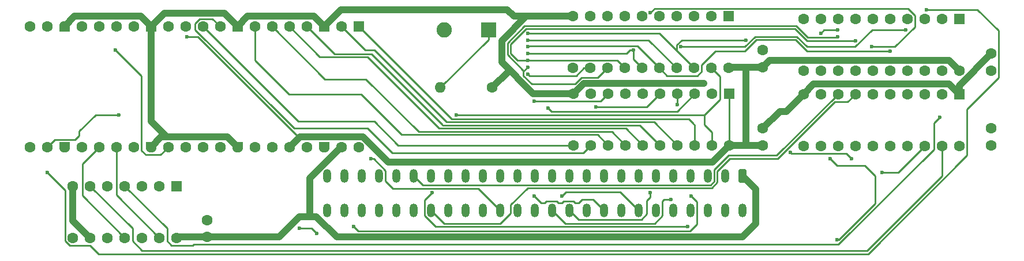
<source format=gbr>
%TF.GenerationSoftware,KiCad,Pcbnew,9.0.1*%
%TF.CreationDate,2025-08-04T14:53:58+03:00*%
%TF.ProjectId,SVI-3x8-PicoExpander,5356492d-3378-4382-9d50-69636f457870,1.1*%
%TF.SameCoordinates,Original*%
%TF.FileFunction,Copper,L2,Bot*%
%TF.FilePolarity,Positive*%
%FSLAX46Y46*%
G04 Gerber Fmt 4.6, Leading zero omitted, Abs format (unit mm)*
G04 Created by KiCad (PCBNEW 9.0.1) date 2025-08-04 14:53:58*
%MOMM*%
%LPD*%
G01*
G04 APERTURE LIST*
G04 Aperture macros list*
%AMRoundRect*
0 Rectangle with rounded corners*
0 $1 Rounding radius*
0 $2 $3 $4 $5 $6 $7 $8 $9 X,Y pos of 4 corners*
0 Add a 4 corners polygon primitive as box body*
4,1,4,$2,$3,$4,$5,$6,$7,$8,$9,$2,$3,0*
0 Add four circle primitives for the rounded corners*
1,1,$1+$1,$2,$3*
1,1,$1+$1,$4,$5*
1,1,$1+$1,$6,$7*
1,1,$1+$1,$8,$9*
0 Add four rect primitives between the rounded corners*
20,1,$1+$1,$2,$3,$4,$5,0*
20,1,$1+$1,$4,$5,$6,$7,0*
20,1,$1+$1,$6,$7,$8,$9,0*
20,1,$1+$1,$8,$9,$2,$3,0*%
%AMFreePoly0*
4,1,37,0.603843,0.796157,0.639018,0.796157,0.711114,0.766294,0.766294,0.711114,0.796157,0.639018,0.796157,0.603843,0.800000,0.600000,0.800000,-0.600000,0.796157,-0.603843,0.796157,-0.639018,0.766294,-0.711114,0.711114,-0.766294,0.639018,-0.796157,0.603843,-0.796157,0.600000,-0.800000,0.000000,-0.800000,0.000000,-0.796148,-0.078414,-0.796148,-0.232228,-0.765552,-0.377117,-0.705537,
-0.507515,-0.618408,-0.618408,-0.507515,-0.705537,-0.377117,-0.765552,-0.232228,-0.796148,-0.078414,-0.796148,0.078414,-0.765552,0.232228,-0.705537,0.377117,-0.618408,0.507515,-0.507515,0.618408,-0.377117,0.705537,-0.232228,0.765552,-0.078414,0.796148,0.000000,0.796148,0.000000,0.800000,0.600000,0.800000,0.603843,0.796157,0.603843,0.796157,$1*%
%AMFreePoly1*
4,1,37,0.000000,0.796148,0.078414,0.796148,0.232228,0.765552,0.377117,0.705537,0.507515,0.618408,0.618408,0.507515,0.705537,0.377117,0.765552,0.232228,0.796148,0.078414,0.796148,-0.078414,0.765552,-0.232228,0.705537,-0.377117,0.618408,-0.507515,0.507515,-0.618408,0.377117,-0.705537,0.232228,-0.765552,0.078414,-0.796148,0.000000,-0.796148,0.000000,-0.800000,-0.600000,-0.800000,
-0.603843,-0.796157,-0.639018,-0.796157,-0.711114,-0.766294,-0.766294,-0.711114,-0.796157,-0.639018,-0.796157,-0.603843,-0.800000,-0.600000,-0.800000,0.600000,-0.796157,0.603843,-0.796157,0.639018,-0.766294,0.711114,-0.711114,0.766294,-0.639018,0.796157,-0.603843,0.796157,-0.600000,0.800000,0.000000,0.800000,0.000000,0.796148,0.000000,0.796148,$1*%
G04 Aperture macros list end*
%TA.AperFunction,ComponentPad*%
%ADD10R,2.250000X2.250000*%
%TD*%
%TA.AperFunction,ComponentPad*%
%ADD11C,2.250000*%
%TD*%
%TA.AperFunction,ComponentPad*%
%ADD12C,1.600000*%
%TD*%
%TA.AperFunction,ComponentPad*%
%ADD13O,1.600000X1.600000*%
%TD*%
%TA.AperFunction,ComponentPad*%
%ADD14RoundRect,0.250000X-0.550000X0.550000X-0.550000X-0.550000X0.550000X-0.550000X0.550000X0.550000X0*%
%TD*%
%TA.AperFunction,ComponentPad*%
%ADD15RoundRect,0.200000X-0.600000X0.600000X-0.600000X-0.600000X0.600000X-0.600000X0.600000X0.600000X0*%
%TD*%
%TA.AperFunction,ComponentPad*%
%ADD16FreePoly0,270.000000*%
%TD*%
%TA.AperFunction,ComponentPad*%
%ADD17FreePoly1,270.000000*%
%TD*%
%TA.AperFunction,ComponentPad*%
%ADD18RoundRect,0.250000X0.350000X0.750000X-0.350000X0.750000X-0.350000X-0.750000X0.350000X-0.750000X0*%
%TD*%
%TA.AperFunction,ComponentPad*%
%ADD19O,1.200000X2.000000*%
%TD*%
%TA.AperFunction,ViaPad*%
%ADD20C,0.600000*%
%TD*%
%TA.AperFunction,ViaPad*%
%ADD21C,0.800000*%
%TD*%
%TA.AperFunction,Conductor*%
%ADD22C,0.250000*%
%TD*%
%TA.AperFunction,Conductor*%
%ADD23C,1.000000*%
%TD*%
G04 APERTURE END LIST*
D10*
%TO.P,SW1,1,1*%
%TO.N,Net-(A1-GPIO22)*%
X143750000Y-103500000D03*
D11*
%TO.P,SW1,2,2*%
%TO.N,+3V3*%
X137250000Y-103500000D03*
%TD*%
D12*
%TO.P,R1,1*%
%TO.N,GND*%
X144310000Y-112000000D03*
D13*
%TO.P,R1,2*%
%TO.N,Net-(A1-GPIO22)*%
X136690000Y-112000000D03*
%TD*%
D14*
%TO.P,U2,1,DIR*%
%TO.N,+3V3*%
X179120000Y-112880000D03*
D12*
%TO.P,U2,2,A1*%
%TO.N,A0*%
X176580000Y-112880000D03*
%TO.P,U2,3,A2*%
%TO.N,A1*%
X174040000Y-112880000D03*
%TO.P,U2,4,A3*%
%TO.N,A2*%
X171500000Y-112880000D03*
%TO.P,U2,5,A4*%
%TO.N,A3*%
X168960000Y-112880000D03*
%TO.P,U2,6,A5*%
%TO.N,A4*%
X166420000Y-112880000D03*
%TO.P,U2,7,A6*%
%TO.N,A5*%
X163880000Y-112880000D03*
%TO.P,U2,8,A7*%
%TO.N,A6*%
X161340000Y-112880000D03*
%TO.P,U2,9,A8*%
%TO.N,A7*%
X158800000Y-112880000D03*
%TO.P,U2,10,GND*%
%TO.N,GND*%
X156260000Y-112880000D03*
%TO.P,U2,11,B8*%
%TO.N,P_A7*%
X156260000Y-120500000D03*
%TO.P,U2,12,B7*%
%TO.N,P_A6*%
X158800000Y-120500000D03*
%TO.P,U2,13,B6*%
%TO.N,P_A5*%
X161340000Y-120500000D03*
%TO.P,U2,14,B5*%
%TO.N,P_A4*%
X163880000Y-120500000D03*
%TO.P,U2,15,B4*%
%TO.N,P_A3*%
X166420000Y-120500000D03*
%TO.P,U2,16,B3*%
%TO.N,P_A2*%
X168960000Y-120500000D03*
%TO.P,U2,17,B2*%
%TO.N,P_A1*%
X171500000Y-120500000D03*
%TO.P,U2,18,B1*%
%TO.N,P_A0*%
X174040000Y-120500000D03*
%TO.P,U2,19,~{OE}*%
%TO.N,{slash}P_AE*%
X176580000Y-120500000D03*
%TO.P,U2,20,VCC*%
%TO.N,+3V3*%
X179120000Y-120500000D03*
%TD*%
%TO.P,C4,1*%
%TO.N,+5V*%
X102420000Y-134000000D03*
%TO.P,C4,2*%
%TO.N,GND*%
X102420000Y-131500000D03*
%TD*%
D14*
%TO.P,U4,1,DIR*%
%TO.N,+3V3*%
X179000000Y-101500000D03*
D12*
%TO.P,U4,2,A1*%
%TO.N,A8*%
X176460000Y-101500000D03*
%TO.P,U4,3,A2*%
%TO.N,A9*%
X173920000Y-101500000D03*
%TO.P,U4,4,A3*%
%TO.N,A10*%
X171380000Y-101500000D03*
%TO.P,U4,5,A4*%
%TO.N,A11*%
X168840000Y-101500000D03*
%TO.P,U4,6,A5*%
%TO.N,A12*%
X166300000Y-101500000D03*
%TO.P,U4,7,A6*%
%TO.N,A13*%
X163760000Y-101500000D03*
%TO.P,U4,8,A7*%
%TO.N,A14*%
X161220000Y-101500000D03*
%TO.P,U4,9,A8*%
%TO.N,A15*%
X158680000Y-101500000D03*
%TO.P,U4,10,GND*%
%TO.N,GND*%
X156140000Y-101500000D03*
%TO.P,U4,11,B8*%
%TO.N,P_A15_D7*%
X156140000Y-109120000D03*
%TO.P,U4,12,B7*%
%TO.N,P_A14_D6*%
X158680000Y-109120000D03*
%TO.P,U4,13,B6*%
%TO.N,P_A13_D5*%
X161220000Y-109120000D03*
%TO.P,U4,14,B5*%
%TO.N,P_A12_D4*%
X163760000Y-109120000D03*
%TO.P,U4,15,B4*%
%TO.N,P_A11_D3*%
X166300000Y-109120000D03*
%TO.P,U4,16,B3*%
%TO.N,P_A10_D2*%
X168840000Y-109120000D03*
%TO.P,U4,17,B2*%
%TO.N,P_A9_D1*%
X171380000Y-109120000D03*
%TO.P,U4,18,B1*%
%TO.N,P_A8_D0*%
X173920000Y-109120000D03*
%TO.P,U4,19,~{OE}*%
%TO.N,{slash}P_AE*%
X176460000Y-109120000D03*
%TO.P,U4,20,VCC*%
%TO.N,+3V3*%
X179000000Y-109120000D03*
%TD*%
D14*
%TO.P,U3,1*%
%TO.N,Net-(A1-GPIO26_ADC0)*%
X98000000Y-126500000D03*
D12*
%TO.P,U3,2*%
%TO.N,{slash}P_AE*%
X95460000Y-126500000D03*
%TO.P,U3,3*%
%TO.N,Net-(A1-GPIO27_ADC1)*%
X92920000Y-126500000D03*
%TO.P,U3,4*%
%TO.N,{slash}P_RD_DE*%
X90380000Y-126500000D03*
%TO.P,U3,5*%
%TO.N,Net-(A1-GPIO28_ADC2)*%
X87840000Y-126500000D03*
%TO.P,U3,6*%
%TO.N,{slash}P_WR_DE*%
X85300000Y-126500000D03*
%TO.P,U3,7,GND*%
%TO.N,GND*%
X82760000Y-126500000D03*
%TO.P,U3,8*%
%TO.N,unconnected-(U3-Pad8)*%
X82760000Y-134120000D03*
%TO.P,U3,9*%
%TO.N,GND*%
X85300000Y-134120000D03*
%TO.P,U3,10*%
%TO.N,{slash}RST*%
X87840000Y-134120000D03*
%TO.P,U3,11*%
%TO.N,Net-(A1-GPIO19)*%
X90380000Y-134120000D03*
%TO.P,U3,12*%
%TO.N,{slash}ROMDIS*%
X92920000Y-134120000D03*
%TO.P,U3,13*%
%TO.N,Net-(A1-GPIO20)*%
X95460000Y-134120000D03*
%TO.P,U3,14,VCC*%
%TO.N,+5V*%
X98000000Y-134120000D03*
%TD*%
%TO.P,C2,1*%
%TO.N,+3V3*%
X184000000Y-120500000D03*
%TO.P,C2,2*%
%TO.N,GND*%
X184000000Y-118000000D03*
%TD*%
D14*
%TO.P,U1,1,DIR*%
%TO.N,+3V3*%
X212820000Y-101880000D03*
D12*
%TO.P,U1,2,A1*%
%TO.N,D0*%
X210280000Y-101880000D03*
%TO.P,U1,3,A2*%
%TO.N,D1*%
X207740000Y-101880000D03*
%TO.P,U1,4,A3*%
%TO.N,D2*%
X205200000Y-101880000D03*
%TO.P,U1,5,A4*%
%TO.N,D3*%
X202660000Y-101880000D03*
%TO.P,U1,6,A5*%
%TO.N,D4*%
X200120000Y-101880000D03*
%TO.P,U1,7,A6*%
%TO.N,D5*%
X197580000Y-101880000D03*
%TO.P,U1,8,A7*%
%TO.N,D6*%
X195040000Y-101880000D03*
%TO.P,U1,9,A8*%
%TO.N,D7*%
X192500000Y-101880000D03*
%TO.P,U1,10,GND*%
%TO.N,GND*%
X189960000Y-101880000D03*
%TO.P,U1,11,B8*%
%TO.N,P_A15_D7*%
X189960000Y-109500000D03*
%TO.P,U1,12,B7*%
%TO.N,P_A14_D6*%
X192500000Y-109500000D03*
%TO.P,U1,13,B6*%
%TO.N,P_A13_D5*%
X195040000Y-109500000D03*
%TO.P,U1,14,B5*%
%TO.N,P_A12_D4*%
X197580000Y-109500000D03*
%TO.P,U1,15,B4*%
%TO.N,P_A11_D3*%
X200120000Y-109500000D03*
%TO.P,U1,16,B3*%
%TO.N,P_A10_D2*%
X202660000Y-109500000D03*
%TO.P,U1,17,B2*%
%TO.N,P_A9_D1*%
X205200000Y-109500000D03*
%TO.P,U1,18,B1*%
%TO.N,P_A8_D0*%
X207740000Y-109500000D03*
%TO.P,U1,19,~{OE}*%
%TO.N,{slash}P_RD_DE*%
X210280000Y-109500000D03*
%TO.P,U1,20,VCC*%
%TO.N,+3V3*%
X212820000Y-109500000D03*
%TD*%
%TO.P,C3,1*%
%TO.N,+3V3*%
X184000000Y-109000000D03*
%TO.P,C3,2*%
%TO.N,GND*%
X184000000Y-106500000D03*
%TD*%
%TO.P,C5,1*%
%TO.N,+5V*%
X217500000Y-120500000D03*
%TO.P,C5,2*%
%TO.N,GND*%
X217500000Y-118000000D03*
%TD*%
D14*
%TO.P,U5,1,DIR*%
%TO.N,GND*%
X212820000Y-113000000D03*
D12*
%TO.P,U5,2,A1*%
%TO.N,D0*%
X210280000Y-113000000D03*
%TO.P,U5,3,A2*%
%TO.N,D1*%
X207740000Y-113000000D03*
%TO.P,U5,4,A3*%
%TO.N,D2*%
X205200000Y-113000000D03*
%TO.P,U5,5,A4*%
%TO.N,D3*%
X202660000Y-113000000D03*
%TO.P,U5,6,A5*%
%TO.N,D4*%
X200120000Y-113000000D03*
%TO.P,U5,7,A6*%
%TO.N,D5*%
X197580000Y-113000000D03*
%TO.P,U5,8,A7*%
%TO.N,D6*%
X195040000Y-113000000D03*
%TO.P,U5,9,A8*%
%TO.N,D7*%
X192500000Y-113000000D03*
%TO.P,U5,10,GND*%
%TO.N,GND*%
X189960000Y-113000000D03*
%TO.P,U5,11,B8*%
%TO.N,P_A15_D7*%
X189960000Y-120620000D03*
%TO.P,U5,12,B7*%
%TO.N,P_A14_D6*%
X192500000Y-120620000D03*
%TO.P,U5,13,B6*%
%TO.N,P_A13_D5*%
X195040000Y-120620000D03*
%TO.P,U5,14,B5*%
%TO.N,P_A12_D4*%
X197580000Y-120620000D03*
%TO.P,U5,15,B4*%
%TO.N,P_A11_D3*%
X200120000Y-120620000D03*
%TO.P,U5,16,B3*%
%TO.N,P_A10_D2*%
X202660000Y-120620000D03*
%TO.P,U5,17,B2*%
%TO.N,P_A9_D1*%
X205200000Y-120620000D03*
%TO.P,U5,18,B1*%
%TO.N,P_A8_D0*%
X207740000Y-120620000D03*
%TO.P,U5,19,~{OE}*%
%TO.N,{slash}P_WR_DE*%
X210280000Y-120620000D03*
%TO.P,U5,20,VCC*%
%TO.N,+5V*%
X212820000Y-120620000D03*
%TD*%
D15*
%TO.P,A1,1,GPIO0*%
%TO.N,P_A0*%
X124700000Y-103000000D03*
D12*
%TO.P,A1,2,GPIO1*%
%TO.N,P_A1*%
X122160000Y-103000000D03*
D16*
%TO.P,A1,3,GND*%
%TO.N,GND*%
X119620000Y-103000000D03*
D12*
%TO.P,A1,4,GPIO2*%
%TO.N,P_A2*%
X117080000Y-103000000D03*
%TO.P,A1,5,GPIO3*%
%TO.N,P_A3*%
X114540000Y-103000000D03*
%TO.P,A1,6,GPIO4*%
%TO.N,P_A4*%
X112000000Y-103000000D03*
%TO.P,A1,7,GPIO5*%
%TO.N,P_A5*%
X109460000Y-103000000D03*
D16*
%TO.P,A1,8,GND*%
%TO.N,GND*%
X106920000Y-103000000D03*
D12*
%TO.P,A1,9,GPIO6*%
%TO.N,P_A6*%
X104380000Y-103000000D03*
%TO.P,A1,10,GPIO7*%
%TO.N,P_A7*%
X101840000Y-103000000D03*
%TO.P,A1,11,GPIO8*%
%TO.N,P_A8_D0*%
X99300000Y-103000000D03*
%TO.P,A1,12,GPIO9*%
%TO.N,P_A9_D1*%
X96760000Y-103000000D03*
D16*
%TO.P,A1,13,GND*%
%TO.N,GND*%
X94220000Y-103000000D03*
D12*
%TO.P,A1,14,GPIO10*%
%TO.N,P_A10_D2*%
X91680000Y-103000000D03*
%TO.P,A1,15,GPIO11*%
%TO.N,P_A11_D3*%
X89140000Y-103000000D03*
%TO.P,A1,16,GPIO12*%
%TO.N,P_A12_D4*%
X86600000Y-103000000D03*
%TO.P,A1,17,GPIO13*%
%TO.N,P_A13_D5*%
X84060000Y-103000000D03*
D16*
%TO.P,A1,18,GND*%
%TO.N,GND*%
X81520000Y-103000000D03*
D12*
%TO.P,A1,19,GPIO14*%
%TO.N,P_A14_D6*%
X78980000Y-103000000D03*
%TO.P,A1,20,GPIO15*%
%TO.N,P_A15_D7*%
X76440000Y-103000000D03*
%TO.P,A1,21,GPIO16*%
%TO.N,{slash}RD*%
X76440000Y-120780000D03*
%TO.P,A1,22,GPIO17*%
%TO.N,{slash}WR*%
X78980000Y-120780000D03*
D17*
%TO.P,A1,23,GND*%
%TO.N,GND*%
X81520000Y-120780000D03*
D12*
%TO.P,A1,24,GPIO18*%
%TO.N,{slash}IORQ*%
X84060000Y-120780000D03*
%TO.P,A1,25,GPIO19*%
%TO.N,Net-(A1-GPIO19)*%
X86600000Y-120780000D03*
%TO.P,A1,26,GPIO20*%
%TO.N,Net-(A1-GPIO20)*%
X89140000Y-120780000D03*
%TO.P,A1,27,GPIO21*%
%TO.N,{slash}MREQ*%
X91680000Y-120780000D03*
D17*
%TO.P,A1,28,GND*%
%TO.N,GND*%
X94220000Y-120780000D03*
D12*
%TO.P,A1,29,GPIO22*%
%TO.N,Net-(A1-GPIO22)*%
X96760000Y-120780000D03*
%TO.P,A1,30,RUN*%
%TO.N,unconnected-(A1-RUN-Pad30)*%
X99300000Y-120780000D03*
%TO.P,A1,31,GPIO26_ADC0*%
%TO.N,Net-(A1-GPIO26_ADC0)*%
X101840000Y-120780000D03*
%TO.P,A1,32,GPIO27_ADC1*%
%TO.N,Net-(A1-GPIO27_ADC1)*%
X104380000Y-120780000D03*
D17*
%TO.P,A1,33,AGND*%
%TO.N,GND*%
X106920000Y-120780000D03*
D12*
%TO.P,A1,34,GPIO28_ADC2*%
%TO.N,Net-(A1-GPIO28_ADC2)*%
X109460000Y-120780000D03*
%TO.P,A1,35,ADC_VREF*%
%TO.N,unconnected-(A1-ADC_VREF-Pad35)*%
X112000000Y-120780000D03*
%TO.P,A1,36,3V3*%
%TO.N,+3V3*%
X114540000Y-120780000D03*
%TO.P,A1,37,3V3_EN*%
%TO.N,unconnected-(A1-3V3_EN-Pad37)_1*%
X117080000Y-120780000D03*
D17*
%TO.P,A1,38,GND*%
%TO.N,GND*%
X119620000Y-120780000D03*
D12*
%TO.P,A1,39,VSYS*%
%TO.N,+5V*%
X122160000Y-120780000D03*
%TO.P,A1,40,VBUS*%
%TO.N,unconnected-(A1-VBUS-Pad40)*%
X124700000Y-120780000D03*
%TD*%
%TO.P,C1,1*%
%TO.N,+3V3*%
X217500000Y-109500000D03*
%TO.P,C1,2*%
%TO.N,GND*%
X217500000Y-107000000D03*
%TD*%
D18*
%TO.P,J1,1,Pin_1*%
%TO.N,+5V*%
X181040000Y-125000000D03*
D19*
%TO.P,J1,2,Pin_2*%
%TO.N,{slash}CNTRL2*%
X181040000Y-130080000D03*
%TO.P,J1,3,Pin_3*%
%TO.N,unconnected-(J1-Pin_3-Pad3)*%
X178500000Y-125000000D03*
%TO.P,J1,4,Pin_4*%
%TO.N,unconnected-(J1-Pin_4-Pad4)*%
X178500000Y-130080000D03*
%TO.P,J1,5,Pin_5*%
%TO.N,{slash}CNTRL1*%
X175960000Y-125000000D03*
%TO.P,J1,6,Pin_6*%
%TO.N,{slash}WAIT*%
X175960000Y-130080000D03*
%TO.P,J1,7,Pin_7*%
%TO.N,{slash}RST*%
X173420000Y-125000000D03*
%TO.P,J1,8,Pin_8*%
%TO.N,unconnected-(J1-Pin_8-Pad8)*%
X173420000Y-130080000D03*
%TO.P,J1,9,Pin_9*%
%TO.N,A15*%
X170880000Y-125000000D03*
%TO.P,J1,10,Pin_10*%
%TO.N,A14*%
X170880000Y-130080000D03*
%TO.P,J1,11,Pin_11*%
%TO.N,A13*%
X168340000Y-125000000D03*
%TO.P,J1,12,Pin_12*%
%TO.N,A12*%
X168340000Y-130080000D03*
%TO.P,J1,13,Pin_13*%
%TO.N,A11*%
X165800000Y-125000000D03*
%TO.P,J1,14,Pin_14*%
%TO.N,A10*%
X165800000Y-130080000D03*
%TO.P,J1,15,Pin_15*%
%TO.N,A9*%
X163260000Y-125000000D03*
%TO.P,J1,16,Pin_16*%
%TO.N,A8*%
X163260000Y-130080000D03*
%TO.P,J1,17,Pin_17*%
%TO.N,A7*%
X160720000Y-125000000D03*
%TO.P,J1,18,Pin_18*%
%TO.N,A6*%
X160720000Y-130080000D03*
%TO.P,J1,19,Pin_19*%
%TO.N,A5*%
X158180000Y-125000000D03*
%TO.P,J1,20,Pin_20*%
%TO.N,A4*%
X158180000Y-130080000D03*
%TO.P,J1,21,Pin_21*%
%TO.N,A3*%
X155640000Y-125000000D03*
%TO.P,J1,22,Pin_22*%
%TO.N,A2*%
X155640000Y-130080000D03*
%TO.P,J1,23,Pin_23*%
%TO.N,A1*%
X153100000Y-125000000D03*
%TO.P,J1,24,Pin_24*%
%TO.N,A0*%
X153100000Y-130080000D03*
%TO.P,J1,25,Pin_25*%
%TO.N,{slash}RFSH*%
X150560000Y-125000000D03*
%TO.P,J1,26,Pin_26*%
%TO.N,{slash}EXCSR*%
X150560000Y-130080000D03*
%TO.P,J1,27,Pin_27*%
%TO.N,{slash}M1*%
X148020000Y-125000000D03*
%TO.P,J1,28,Pin_28*%
%TO.N,{slash}EXCSW*%
X148020000Y-130080000D03*
%TO.P,J1,29,Pin_29*%
%TO.N,{slash}WR*%
X145480000Y-125000000D03*
%TO.P,J1,30,Pin_30*%
%TO.N,{slash}MREQ*%
X145480000Y-130080000D03*
%TO.P,J1,31,Pin_31*%
%TO.N,{slash}IORQ*%
X142940000Y-125000000D03*
%TO.P,J1,32,Pin_32*%
%TO.N,{slash}RD*%
X142940000Y-130080000D03*
%TO.P,J1,33,Pin_33*%
%TO.N,D0*%
X140400000Y-125000000D03*
%TO.P,J1,34,Pin_34*%
%TO.N,D1*%
X140400000Y-130080000D03*
%TO.P,J1,35,Pin_35*%
%TO.N,D2*%
X137860000Y-125000000D03*
%TO.P,J1,36,Pin_36*%
%TO.N,D3*%
X137860000Y-130080000D03*
%TO.P,J1,37,Pin_37*%
%TO.N,D4*%
X135320000Y-125000000D03*
%TO.P,J1,38,Pin_38*%
%TO.N,D5*%
X135320000Y-130080000D03*
%TO.P,J1,39,Pin_39*%
%TO.N,D6*%
X132780000Y-125000000D03*
%TO.P,J1,40,Pin_40*%
%TO.N,D7*%
X132780000Y-130080000D03*
%TO.P,J1,41,Pin_41*%
%TO.N,unconnected-(J1-Pin_41-Pad41)*%
X130240000Y-125000000D03*
%TO.P,J1,42,Pin_42*%
%TO.N,{slash}INT*%
X130240000Y-130080000D03*
%TO.P,J1,43,Pin_43*%
%TO.N,GND*%
X127700000Y-125000000D03*
%TO.P,J1,44,Pin_44*%
%TO.N,{slash}ROMDIS*%
X127700000Y-130080000D03*
%TO.P,J1,45,Pin_45*%
%TO.N,{slash}BK32*%
X125160000Y-125000000D03*
%TO.P,J1,46,Pin_46*%
%TO.N,{slash}BK31*%
X125160000Y-130080000D03*
%TO.P,J1,47,Pin_47*%
%TO.N,{slash}BK22*%
X122620000Y-125000000D03*
%TO.P,J1,48,Pin_48*%
%TO.N,{slash}BK21*%
X122620000Y-130080000D03*
%TO.P,J1,49,Pin_49*%
%TO.N,GND*%
X120080000Y-125000000D03*
%TO.P,J1,50,Pin_50*%
X120080000Y-130080000D03*
%TD*%
D20*
%TO.N,Net-(A1-GPIO22)*%
X89000000Y-106500000D03*
%TO.N,+3V3*%
X99500000Y-104500000D03*
%TO.N,{slash}RST*%
X124000000Y-132500000D03*
X173500000Y-128000000D03*
D21*
%TO.N,GND*%
X175371917Y-111379000D03*
D20*
%TO.N,P_A12_D4*%
X149500000Y-108000000D03*
X197580000Y-105080000D03*
%TO.N,{slash}RD*%
X115999393Y-132746393D03*
X118526000Y-133474000D03*
%TO.N,P_A10_D2*%
X149500000Y-106000000D03*
X202660000Y-106660000D03*
%TO.N,P_A11_D3*%
X167500000Y-101000000D03*
X165000000Y-106500000D03*
X149500000Y-107000000D03*
X200000000Y-106000000D03*
%TO.N,P_A8_D0*%
X197000000Y-122500000D03*
X149500000Y-104000000D03*
X201500000Y-124500000D03*
X181500000Y-105000000D03*
X188030847Y-121530847D03*
%TO.N,P_A13_D5*%
X195000000Y-104500000D03*
X149500000Y-109000000D03*
%TO.N,P_A9_D1*%
X172000000Y-106000000D03*
X205000000Y-103500000D03*
X149500000Y-105000000D03*
%TO.N,P_A14_D6*%
X192500000Y-104000000D03*
X79000000Y-124500000D03*
X195000000Y-103500000D03*
X208000000Y-100500000D03*
X149500000Y-110000000D03*
%TO.N,{slash}WR*%
X89500000Y-116000000D03*
%TO.N,A0*%
X170500000Y-128500000D03*
%TO.N,A2*%
X167500000Y-127500000D03*
X171500000Y-114500000D03*
%TO.N,D7*%
X193891095Y-122500000D03*
X194927761Y-134428761D03*
%TO.N,{slash}MREQ*%
X126500000Y-122500000D03*
%TO.N,A10*%
X154500000Y-128000000D03*
%TO.N,D4*%
X135500000Y-127500000D03*
X173000000Y-132500000D03*
%TO.N,A3*%
X159500000Y-114875000D03*
%TO.N,A6*%
X150500000Y-128000000D03*
X150500000Y-114000000D03*
%TO.N,A1*%
X152500000Y-115000000D03*
%TO.N,{slash}P_RD_DE*%
X210000000Y-116374000D03*
%TO.N,{slash}P_AE*%
X139000000Y-116000000D03*
%TD*%
D22*
%TO.N,Net-(A1-GPIO22)*%
X143750000Y-103500000D02*
X143750000Y-104940000D01*
X143750000Y-104940000D02*
X136690000Y-112000000D01*
X96760000Y-120780000D02*
X95629000Y-121911000D01*
X95629000Y-121911000D02*
X93470595Y-121911000D01*
X93470595Y-121911000D02*
X92806000Y-121246405D01*
X92806000Y-121246405D02*
X92806000Y-110306000D01*
X92806000Y-110306000D02*
X89000000Y-106500000D01*
D23*
%TO.N,+3V3*%
X116000000Y-119320000D02*
X114540000Y-120780000D01*
D22*
X99500000Y-104500000D02*
X101109786Y-104500000D01*
X115929786Y-119320000D02*
X116000000Y-119320000D01*
X101109786Y-104500000D02*
X115929786Y-119320000D01*
D23*
%TO.N,GND*%
X149223281Y-111776719D02*
X146723281Y-109276719D01*
X146723281Y-109586719D02*
X146723281Y-109276719D01*
X144310000Y-112000000D02*
X146723281Y-109586719D01*
D22*
%TO.N,{slash}RST*%
X173500000Y-128000000D02*
X174346000Y-128846000D01*
X174346000Y-132154000D02*
X173326000Y-133174000D01*
X174346000Y-128846000D02*
X174346000Y-132154000D01*
X173326000Y-133174000D02*
X124674000Y-133174000D01*
X124674000Y-133174000D02*
X124000000Y-132500000D01*
%TO.N,P_A14_D6*%
X79000000Y-124500000D02*
X81634000Y-127134000D01*
X81634000Y-127134000D02*
X81634000Y-134586405D01*
X81634000Y-134586405D02*
X82293595Y-135246000D01*
X82293595Y-135246000D02*
X84833595Y-135246000D01*
D23*
%TO.N,GND*%
X85300000Y-134120000D02*
X82760000Y-131580000D01*
X82760000Y-131580000D02*
X82760000Y-126500000D01*
X119620000Y-103000000D02*
X122119000Y-100501000D01*
X122119000Y-100501000D02*
X146501000Y-100501000D01*
X146501000Y-100501000D02*
X147500000Y-101500000D01*
X147500000Y-101500000D02*
X151500000Y-101500000D01*
X150326562Y-112880000D02*
X149223281Y-111776719D01*
X146723281Y-109276719D02*
X145723000Y-108276438D01*
X156260000Y-112880000D02*
X150326562Y-112880000D01*
X145723000Y-108276438D02*
X145723000Y-105085752D01*
X145723000Y-105085752D02*
X149308752Y-101500000D01*
X149308752Y-101500000D02*
X151500000Y-101500000D01*
D22*
%TO.N,P_A13_D5*%
X190626000Y-104626000D02*
X189250000Y-103250000D01*
X146549000Y-107186810D02*
X146549000Y-105427892D01*
X146549000Y-105427892D02*
X149053892Y-102923000D01*
X148874000Y-109626000D02*
X148874000Y-109511810D01*
X148874000Y-109511810D02*
X146549000Y-107186810D01*
X149053892Y-102923000D02*
X188923000Y-102923000D01*
X188923000Y-102923000D02*
X189250000Y-103250000D01*
D23*
%TO.N,GND*%
X83021000Y-101499000D02*
X81520000Y-103000000D01*
X151500000Y-101500000D02*
X156140000Y-101500000D01*
X174628000Y-111379000D02*
X175371917Y-111379000D01*
X94220000Y-103000000D02*
X94220000Y-116999000D01*
X211319000Y-111499000D02*
X212820000Y-113000000D01*
X187460000Y-115500000D02*
X189960000Y-113000000D01*
X106920000Y-103000000D02*
X104968000Y-101048000D01*
X106920000Y-120780000D02*
X105419000Y-119279000D01*
X105419000Y-119279000D02*
X96500000Y-119279000D01*
X108420000Y-101500000D02*
X106920000Y-103000000D01*
X157761000Y-111379000D02*
X168500000Y-111379000D01*
X175371917Y-111379000D02*
X175373329Y-111380412D01*
X104968000Y-101048000D02*
X96172000Y-101048000D01*
X92719000Y-101499000D02*
X83021000Y-101499000D01*
X95721000Y-119279000D02*
X94220000Y-120780000D01*
X189960000Y-113000000D02*
X191461000Y-111499000D01*
X96172000Y-101048000D02*
X94220000Y-103000000D01*
X119620000Y-103000000D02*
X118120000Y-101500000D01*
X186500000Y-115500000D02*
X184000000Y-118000000D01*
X96500000Y-119279000D02*
X95721000Y-119279000D01*
X212820000Y-111680000D02*
X217500000Y-107000000D01*
X94220000Y-116999000D02*
X96500000Y-119279000D01*
X187460000Y-115500000D02*
X186500000Y-115500000D01*
X212820000Y-113000000D02*
X212820000Y-111680000D01*
X94220000Y-103000000D02*
X92719000Y-101499000D01*
X118120000Y-101500000D02*
X108420000Y-101500000D01*
X168500000Y-111379000D02*
X174628000Y-111379000D01*
X156260000Y-112880000D02*
X157761000Y-111379000D01*
X191461000Y-111499000D02*
X211319000Y-111499000D01*
D22*
%TO.N,P_A3*%
X136521000Y-117979000D02*
X136500000Y-118000000D01*
X166420000Y-120500000D02*
X163899000Y-117979000D01*
X163899000Y-117979000D02*
X136521000Y-117979000D01*
X136500000Y-118000000D02*
X126000000Y-107500000D01*
X119000000Y-107460000D02*
X114540000Y-103000000D01*
X126000000Y-107500000D02*
X119000000Y-107500000D01*
X119000000Y-107500000D02*
X119000000Y-107460000D01*
%TO.N,P_A12_D4*%
X149240702Y-103374000D02*
X147000000Y-105614702D01*
X149506000Y-107994000D02*
X162634000Y-107994000D01*
X148000000Y-108000000D02*
X149500000Y-108000000D01*
X147000000Y-105614702D02*
X147000000Y-107000000D01*
X188736190Y-103374000D02*
X149240702Y-103374000D01*
X149500000Y-108000000D02*
X149506000Y-107994000D01*
X147000000Y-107000000D02*
X148000000Y-108000000D01*
X197580000Y-105080000D02*
X197534000Y-105126000D01*
X190488190Y-105126000D02*
X188736190Y-103374000D01*
X197534000Y-105126000D02*
X190488190Y-105126000D01*
X162634000Y-107994000D02*
X163760000Y-109120000D01*
%TO.N,{slash}RD*%
X117798393Y-132746393D02*
X115999393Y-132746393D01*
X118526000Y-133474000D02*
X117798393Y-132746393D01*
D23*
%TO.N,+3V3*%
X179120000Y-109000000D02*
X179000000Y-109120000D01*
X184000000Y-109000000D02*
X185001000Y-107999000D01*
X184000000Y-120500000D02*
X181500000Y-120500000D01*
X116046000Y-119274000D02*
X116000000Y-119320000D01*
X129042735Y-123000000D02*
X125316735Y-119274000D01*
X184000000Y-109000000D02*
X182000000Y-109000000D01*
X185001000Y-107999000D02*
X211319000Y-107999000D01*
X181500000Y-120500000D02*
X181500000Y-109000000D01*
D22*
X179120000Y-120500000D02*
X179120000Y-112880000D01*
D23*
X176620000Y-123000000D02*
X179120000Y-120500000D01*
X211319000Y-107999000D02*
X212820000Y-109500000D01*
X125316735Y-119274000D02*
X116046000Y-119274000D01*
X181500000Y-120500000D02*
X179120000Y-120500000D01*
X182000000Y-109000000D02*
X181500000Y-109000000D01*
X181500000Y-109000000D02*
X179120000Y-109000000D01*
X176620000Y-123000000D02*
X129042735Y-123000000D01*
D22*
%TO.N,P_A10_D2*%
X183072108Y-104951000D02*
X181363108Y-106660000D01*
X188813190Y-104951000D02*
X183072108Y-104951000D01*
X177039595Y-106660000D02*
X175046000Y-108653595D01*
X149500000Y-106000000D02*
X149626000Y-105874000D01*
X174386405Y-110246000D02*
X169966000Y-110246000D01*
X190522190Y-106660000D02*
X188813190Y-104951000D01*
X181363108Y-106660000D02*
X177039595Y-106660000D01*
X202660000Y-106660000D02*
X190522190Y-106660000D01*
X165594000Y-105874000D02*
X168840000Y-109120000D01*
X175046000Y-109586405D02*
X174386405Y-110246000D01*
X169966000Y-110246000D02*
X168840000Y-109120000D01*
X149626000Y-105874000D02*
X165594000Y-105874000D01*
X175046000Y-108653595D02*
X175046000Y-109586405D01*
%TO.N,P_A11_D3*%
X164500000Y-106500000D02*
X165000000Y-106500000D01*
X165000000Y-106500000D02*
X165000000Y-107820000D01*
X205286405Y-100374000D02*
X168126000Y-100374000D01*
X164000000Y-107000000D02*
X164500000Y-106500000D01*
X206326000Y-101413595D02*
X205286405Y-100374000D01*
X165000000Y-107820000D02*
X166300000Y-109120000D01*
X149500000Y-107000000D02*
X164000000Y-107000000D01*
X203385298Y-106000000D02*
X206326000Y-103059298D01*
X200000000Y-106000000D02*
X203385298Y-106000000D01*
X206326000Y-103059298D02*
X206326000Y-101413595D01*
X168126000Y-100374000D02*
X167500000Y-101000000D01*
%TO.N,P_A0*%
X174040000Y-120500000D02*
X174040000Y-117540000D01*
X174040000Y-117540000D02*
X173750000Y-117250000D01*
X173750000Y-117250000D02*
X173126000Y-116626000D01*
X138326000Y-116626000D02*
X138100000Y-116400000D01*
X173126000Y-116626000D02*
X138326000Y-116626000D01*
X138100000Y-116400000D02*
X124700000Y-103000000D01*
%TO.N,P_A5*%
X159791000Y-118951000D02*
X130993379Y-118951000D01*
X161340000Y-120500000D02*
X159791000Y-118951000D01*
X125042379Y-113000000D02*
X114500000Y-113000000D01*
X109460000Y-103000000D02*
X109460000Y-107960000D01*
X109460000Y-107960000D02*
X114500000Y-113000000D01*
X130993379Y-118951000D02*
X125042379Y-113000000D01*
%TO.N,P_A6*%
X113123798Y-115876202D02*
X100714000Y-103466405D01*
X157674000Y-121626000D02*
X129626000Y-121626000D01*
X126000000Y-118000000D02*
X115247596Y-118000000D01*
X129626000Y-121626000D02*
X126000000Y-118000000D01*
X158800000Y-120500000D02*
X157674000Y-121626000D01*
X115247596Y-118000000D02*
X113123798Y-115876202D01*
X100714000Y-103466405D02*
X100714000Y-102533595D01*
X101373595Y-101874000D02*
X103254000Y-101874000D01*
X100714000Y-102533595D02*
X101373595Y-101874000D01*
X103254000Y-101874000D02*
X104380000Y-103000000D01*
%TO.N,P_A7*%
X127000000Y-117000000D02*
X115840000Y-117000000D01*
X130500000Y-120500000D02*
X127000000Y-117000000D01*
X115840000Y-117000000D02*
X101840000Y-103000000D01*
X156260000Y-120500000D02*
X130500000Y-120500000D01*
%TO.N,P_A4*%
X119766000Y-110766000D02*
X112000000Y-103000000D01*
X133500000Y-118500000D02*
X125766000Y-110766000D01*
X163880000Y-120500000D02*
X161880000Y-118500000D01*
X161880000Y-118500000D02*
X133500000Y-118500000D01*
X125766000Y-110766000D02*
X119766000Y-110766000D01*
%TO.N,P_A1*%
X168077000Y-117077000D02*
X137577000Y-117077000D01*
X171500000Y-120500000D02*
X168077000Y-117077000D01*
X137577000Y-117077000D02*
X137250000Y-116750000D01*
X137250000Y-116750000D02*
X127000000Y-106500000D01*
X127000000Y-106500000D02*
X125660000Y-106500000D01*
X125660000Y-106500000D02*
X122160000Y-103000000D01*
%TO.N,P_A8_D0*%
X173920000Y-109120000D02*
X168800000Y-104000000D01*
X188030847Y-121530847D02*
X188246000Y-121746000D01*
X173920000Y-109120000D02*
X171374000Y-106574000D01*
X207740000Y-120620000D02*
X203860000Y-124500000D01*
X171374000Y-106574000D02*
X171374000Y-105740702D01*
X172114702Y-105000000D02*
X181500000Y-105000000D01*
X203860000Y-124500000D02*
X201500000Y-124500000D01*
X196246000Y-121746000D02*
X197000000Y-122500000D01*
X168800000Y-104000000D02*
X155000000Y-104000000D01*
X188246000Y-121746000D02*
X196246000Y-121746000D01*
X171374000Y-105740702D02*
X172114702Y-105000000D01*
X155000000Y-104000000D02*
X149500000Y-104000000D01*
%TO.N,P_A13_D5*%
X148874000Y-110259298D02*
X148874000Y-110000000D01*
X148874000Y-109626000D02*
X148874000Y-110000000D01*
X157418860Y-110553000D02*
X156471860Y-111500000D01*
X150114702Y-111500000D02*
X148874000Y-110259298D01*
X156471860Y-111500000D02*
X150114702Y-111500000D01*
X194874000Y-104626000D02*
X190626000Y-104626000D01*
X195000000Y-104500000D02*
X194874000Y-104626000D01*
X159787000Y-110553000D02*
X157418860Y-110553000D01*
X149500000Y-109000000D02*
X148874000Y-109626000D01*
X161220000Y-109120000D02*
X159787000Y-110553000D01*
%TO.N,P_A9_D1*%
X172000000Y-106000000D02*
X181385298Y-106000000D01*
X182885298Y-104500000D02*
X189000000Y-104500000D01*
X189000000Y-104500000D02*
X190500000Y-106000000D01*
X181385298Y-106000000D02*
X182885298Y-104500000D01*
X197545298Y-106000000D02*
X200045298Y-103500000D01*
X190500000Y-106000000D02*
X197545298Y-106000000D01*
X205666000Y-120334000D02*
X205666000Y-121086405D01*
X149500000Y-105000000D02*
X167260000Y-105000000D01*
X167260000Y-105000000D02*
X171380000Y-109120000D01*
X200045298Y-103500000D02*
X205000000Y-103500000D01*
%TO.N,P_A2*%
X165988000Y-117528000D02*
X137028000Y-117528000D01*
X117080000Y-103000000D02*
X121129000Y-107049000D01*
X126549000Y-107049000D02*
X137000000Y-117500000D01*
X121129000Y-107049000D02*
X126549000Y-107049000D01*
X137028000Y-117528000D02*
X137000000Y-117500000D01*
X168960000Y-120500000D02*
X165988000Y-117528000D01*
%TO.N,P_A14_D6*%
X199457810Y-136500000D02*
X86511860Y-136500000D01*
X86511860Y-136500000D02*
X85257860Y-135246000D01*
X218626000Y-110500000D02*
X213978905Y-115147095D01*
X149746000Y-110246000D02*
X149500000Y-110000000D01*
X213978905Y-115147095D02*
X213978905Y-121978905D01*
X193000000Y-103500000D02*
X192500000Y-104000000D01*
X195000000Y-103500000D02*
X193000000Y-103500000D01*
X158680000Y-109120000D02*
X157732405Y-109120000D01*
X208000000Y-100500000D02*
X215500000Y-100500000D01*
X215500000Y-100500000D02*
X218626000Y-103626000D01*
X213978905Y-121978905D02*
X199457810Y-136500000D01*
X218626000Y-103626000D02*
X218626000Y-110500000D01*
X85257860Y-135246000D02*
X84833595Y-135246000D01*
X156606405Y-110246000D02*
X149746000Y-110246000D01*
X157732405Y-109120000D02*
X156606405Y-110246000D01*
D23*
%TO.N,+5V*%
X98120000Y-134000000D02*
X98000000Y-134120000D01*
X102420000Y-134000000D02*
X98120000Y-134000000D01*
X183000000Y-132000000D02*
X183000000Y-126960000D01*
X122060108Y-120780000D02*
X117500000Y-125340108D01*
X113000000Y-134000000D02*
X102420000Y-134000000D01*
X118500000Y-131000000D02*
X117500000Y-131000000D01*
X116000000Y-131000000D02*
X113000000Y-134000000D01*
X121500000Y-134000000D02*
X181000000Y-134000000D01*
X181000000Y-134000000D02*
X183000000Y-132000000D01*
X118500000Y-131000000D02*
X121500000Y-134000000D01*
X183000000Y-126960000D02*
X181040000Y-125000000D01*
X122160000Y-120780000D02*
X122060108Y-120780000D01*
X117500000Y-125340108D02*
X117500000Y-131000000D01*
X117500000Y-131000000D02*
X116000000Y-131000000D01*
D22*
%TO.N,{slash}WR*%
X83696000Y-119042192D02*
X83089192Y-119649000D01*
X86114702Y-116000000D02*
X83696000Y-118418702D01*
X83696000Y-118418702D02*
X83696000Y-119042192D01*
X89500000Y-116000000D02*
X86114702Y-116000000D01*
X80111000Y-119649000D02*
X78980000Y-120780000D01*
X83089192Y-119649000D02*
X80111000Y-119649000D01*
%TO.N,A0*%
X155020000Y-132000000D02*
X153100000Y-130080000D01*
X169266000Y-128766000D02*
X169266000Y-130863562D01*
X169266000Y-130863562D02*
X168129562Y-132000000D01*
X170500000Y-128500000D02*
X169532000Y-128500000D01*
X168129562Y-132000000D02*
X155020000Y-132000000D01*
X169532000Y-128500000D02*
X169266000Y-128766000D01*
%TO.N,A2*%
X167500000Y-128110190D02*
X167000000Y-128610190D01*
X167000000Y-128610190D02*
X167000000Y-130589562D01*
X171500000Y-112880000D02*
X171500000Y-114500000D01*
X156966000Y-131406000D02*
X155640000Y-130080000D01*
X167000000Y-130589562D02*
X166183562Y-131406000D01*
X166183562Y-131406000D02*
X156966000Y-131406000D01*
X167500000Y-127500000D02*
X167500000Y-128110190D01*
%TO.N,D7*%
X199000000Y-123500000D02*
X194891095Y-123500000D01*
X200500000Y-125000000D02*
X199000000Y-123500000D01*
X194927761Y-134428761D02*
X195173835Y-134428761D01*
X195173835Y-134428761D02*
X200500000Y-129102596D01*
X200500000Y-129102596D02*
X200500000Y-125000000D01*
X194891095Y-123500000D02*
X193891095Y-122500000D01*
%TO.N,D5*%
X186177810Y-122500000D02*
X179137810Y-122500000D01*
X147000000Y-129277000D02*
X147000000Y-130500000D01*
X176530372Y-126777000D02*
X149500000Y-126777000D01*
X137289000Y-132049000D02*
X135320000Y-130080000D01*
X196454000Y-114126000D02*
X194551810Y-114126000D01*
X147000000Y-130500000D02*
X145451000Y-132049000D01*
X194551810Y-114126000D02*
X186177810Y-122500000D01*
X177337000Y-125970372D02*
X176530372Y-126777000D01*
X179137810Y-122500000D02*
X177337000Y-124300810D01*
X145451000Y-132049000D02*
X137289000Y-132049000D01*
X149500000Y-126777000D02*
X147000000Y-129277000D01*
X197580000Y-113000000D02*
X196454000Y-114126000D01*
X177337000Y-124300810D02*
X177337000Y-125970372D01*
%TO.N,{slash}MREQ*%
X142274000Y-126874000D02*
X145480000Y-130080000D01*
X129716438Y-126874000D02*
X142274000Y-126874000D01*
X126500000Y-122500000D02*
X126909562Y-122500000D01*
X128626000Y-125783562D02*
X129716438Y-126874000D01*
X126909562Y-122500000D02*
X128626000Y-124216438D01*
X128626000Y-124216438D02*
X128626000Y-125783562D01*
%TO.N,A10*%
X163094000Y-127374000D02*
X155126000Y-127374000D01*
X155126000Y-127374000D02*
X154500000Y-128000000D01*
X165800000Y-130080000D02*
X163094000Y-127374000D01*
%TO.N,D4*%
X173000000Y-132500000D02*
X136000000Y-132500000D01*
X134394000Y-128606000D02*
X135500000Y-127500000D01*
X136000000Y-132500000D02*
X134394000Y-130894000D01*
X134394000Y-130894000D02*
X134394000Y-128606000D01*
%TO.N,A3*%
X166965000Y-114875000D02*
X168960000Y-112880000D01*
X159500000Y-114875000D02*
X166965000Y-114875000D01*
%TO.N,A6*%
X154000000Y-129000000D02*
X154500000Y-129000000D01*
X152500000Y-114000000D02*
X152506000Y-114006000D01*
X153754000Y-128754000D02*
X154000000Y-129000000D01*
X152246000Y-128754000D02*
X153754000Y-128754000D01*
X157000000Y-129000000D02*
X157500000Y-128500000D01*
X152506000Y-114006000D02*
X160214000Y-114006000D01*
X150500000Y-128000000D02*
X151500000Y-129000000D01*
X154500000Y-129000000D02*
X154746000Y-128754000D01*
X160214000Y-114006000D02*
X161340000Y-112880000D01*
X159140000Y-128500000D02*
X160720000Y-130080000D01*
X151500000Y-129000000D02*
X152000000Y-129000000D01*
X152000000Y-129000000D02*
X152246000Y-128754000D01*
X157500000Y-128500000D02*
X159140000Y-128500000D01*
X156254000Y-128754000D02*
X156500000Y-129000000D01*
X150500000Y-114000000D02*
X152500000Y-114000000D01*
X156500000Y-129000000D02*
X157000000Y-129000000D01*
X154746000Y-128754000D02*
X156254000Y-128754000D01*
%TO.N,D6*%
X176886000Y-124114000D02*
X176886000Y-125783562D01*
X186040000Y-122000000D02*
X179000000Y-122000000D01*
X176343562Y-126326000D02*
X134106000Y-126326000D01*
X179000000Y-122000000D02*
X176886000Y-124114000D01*
X134106000Y-126326000D02*
X132780000Y-125000000D01*
X195040000Y-113000000D02*
X186040000Y-122000000D01*
X176886000Y-125783562D02*
X176343562Y-126326000D01*
%TO.N,A1*%
X153000000Y-115500000D02*
X152500000Y-115000000D01*
X171420000Y-115500000D02*
X153000000Y-115500000D01*
X174040000Y-112880000D02*
X171420000Y-115500000D01*
%TO.N,{slash}P_RD_DE*%
X100380000Y-135246000D02*
X97245595Y-135246000D01*
X96586000Y-134586405D02*
X96586000Y-132706000D01*
X209120203Y-117253797D02*
X210000000Y-116374000D01*
X209120203Y-121120203D02*
X209120203Y-117253797D01*
X97245595Y-135246000D02*
X96586000Y-134586405D01*
X195114406Y-135126000D02*
X209120203Y-121120203D01*
X100500000Y-135126000D02*
X100380000Y-135246000D01*
X96586000Y-132706000D02*
X90380000Y-126500000D01*
X100500000Y-135126000D02*
X195114406Y-135126000D01*
%TO.N,{slash}P_AE*%
X176580000Y-120500000D02*
X176580000Y-118580000D01*
X175454000Y-116000000D02*
X175454000Y-117454000D01*
X177706000Y-113748000D02*
X175454000Y-116000000D01*
X175454000Y-116000000D02*
X139000000Y-116000000D01*
X176580000Y-118580000D02*
X175454000Y-117454000D01*
X176460000Y-109120000D02*
X177706000Y-110366000D01*
X177706000Y-110366000D02*
X177706000Y-113748000D01*
%TO.N,Net-(A1-GPIO20)*%
X89140000Y-127800000D02*
X89140000Y-120780000D01*
X95460000Y-134120000D02*
X89140000Y-127800000D01*
%TO.N,{slash}P_WR_DE*%
X91506000Y-134586405D02*
X91506000Y-132706000D01*
X210280000Y-125040000D02*
X199320000Y-136000000D01*
X91506000Y-132706000D02*
X85300000Y-126500000D01*
X92919595Y-136000000D02*
X91506000Y-134586405D01*
X210280000Y-120620000D02*
X210280000Y-125040000D01*
X199320000Y-136000000D02*
X92919595Y-136000000D01*
%TO.N,Net-(A1-GPIO19)*%
X84174000Y-127914000D02*
X90380000Y-134120000D01*
X84174000Y-123206000D02*
X84174000Y-127914000D01*
X86600000Y-120780000D02*
X84174000Y-123206000D01*
%TD*%
M02*

</source>
